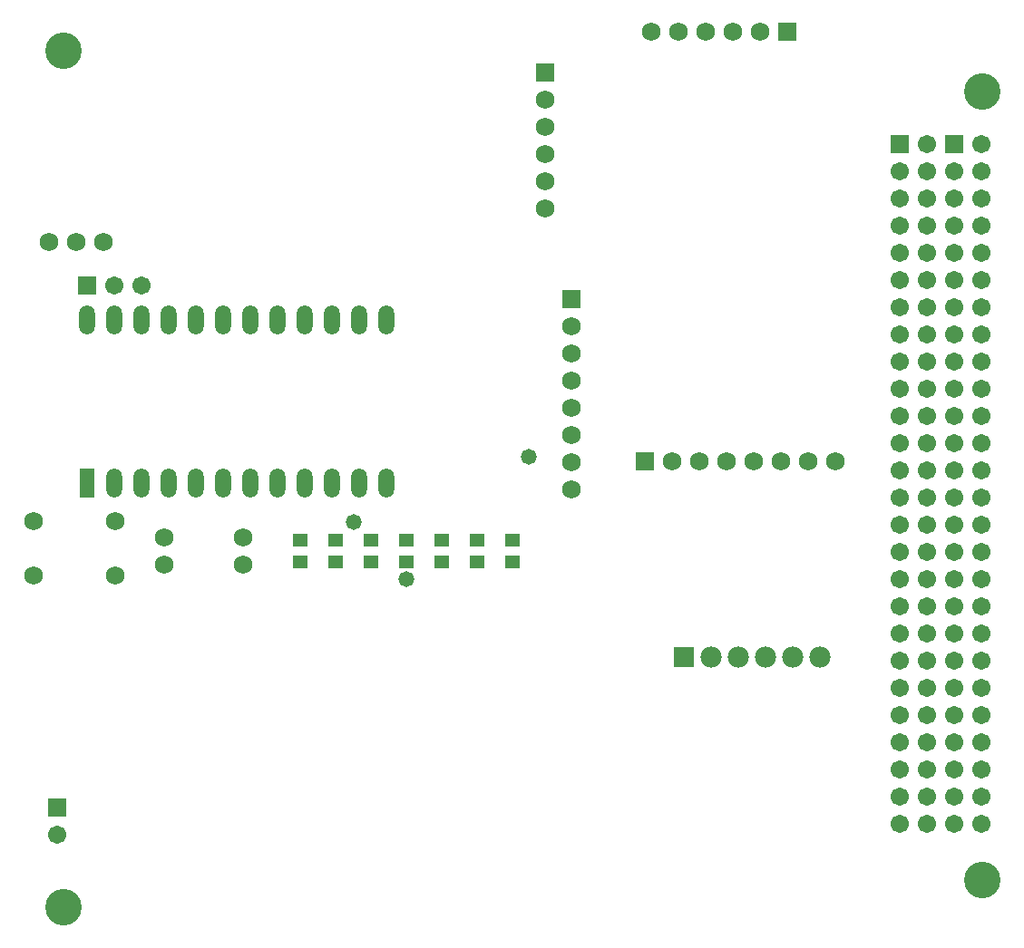
<source format=gts>
%FSDAX24Y24*%
%MOIN*%
%SFA1B1*%

%IPPOS*%
%ADD27R,0.058000X0.048000*%
%ADD28R,0.067100X0.067100*%
%ADD29C,0.067100*%
%ADD30C,0.068000*%
%ADD31R,0.067100X0.067100*%
%ADD32R,0.068000X0.068000*%
%ADD33R,0.078000X0.078000*%
%ADD34C,0.078000*%
%ADD35R,0.068000X0.068000*%
%ADD36C,0.134000*%
%ADD37O,0.058000X0.108000*%
%ADD38R,0.058000X0.108000*%
%ADD39C,0.058000*%
%LNbluesatpc104template-1*%
%LPD*%
G54D27*
X025840Y025500D03*
Y024700D03*
X024540Y025500D03*
Y024700D03*
X028440Y025500D03*
Y024700D03*
X027140Y025500D03*
Y024700D03*
X023240Y025500D03*
Y024700D03*
X020640Y025500D03*
Y024700D03*
X021940Y025500D03*
Y024700D03*
G54D28*
X011690Y015650D03*
X042659Y040042D03*
X044658D03*
G54D29*
X011690Y014650D03*
X013790Y034850D03*
X014790D03*
X043658Y040042D03*
X042659Y039042D03*
X043658D03*
X042659Y038042D03*
X043658D03*
X042659Y037042D03*
X043658D03*
X042659Y036042D03*
X043658D03*
X042659Y035042D03*
X043658D03*
X042659Y034042D03*
X043658D03*
X042659Y033042D03*
X043658D03*
X042659Y032042D03*
X043658D03*
X042659Y031042D03*
X043658D03*
X042659Y030042D03*
X043658D03*
X042659Y029042D03*
X043658D03*
X042659Y028042D03*
X043658D03*
X042659Y027042D03*
X043658D03*
X042659Y026042D03*
X043658D03*
X042659Y025042D03*
X043658D03*
X042659Y024042D03*
X043658D03*
X042659Y023042D03*
X043658D03*
X042659Y022042D03*
X043658D03*
X042659Y021042D03*
X043658D03*
X042659Y020042D03*
X043658D03*
X042659Y019042D03*
X043658D03*
X042659Y018042D03*
X043658D03*
X042659Y017042D03*
X043658D03*
X042659Y016042D03*
X043658D03*
Y015042D03*
X042659D03*
X044658D03*
X045658D03*
Y016042D03*
X044658D03*
X045658Y017042D03*
X044658D03*
X045658Y018042D03*
X044658D03*
X045658Y019042D03*
X044658D03*
X045658Y020042D03*
X044658D03*
X045658Y021042D03*
X044658D03*
X045658Y022042D03*
X044658D03*
X045658Y023042D03*
X044658D03*
X045658Y024042D03*
X044658D03*
X045658Y025042D03*
X044658D03*
X045658Y026042D03*
X044658D03*
X045658Y027042D03*
X044658D03*
X045658Y028042D03*
X044658D03*
X045658Y029042D03*
X044658D03*
X045658Y030042D03*
X044658D03*
X045658Y031042D03*
X044658D03*
X045658Y032042D03*
X044658D03*
X045658Y033042D03*
X044658D03*
X045658Y034042D03*
X044658D03*
X045658Y035042D03*
X044658D03*
X045658Y036042D03*
X044658D03*
X045658Y037042D03*
X044658D03*
X045658Y038042D03*
X044658D03*
X045658Y039042D03*
X044658D03*
X045658Y040042D03*
G54D30*
X018540Y024600D03*
Y025600D03*
X015640Y024600D03*
Y025600D03*
X013840Y026200D03*
Y024200D03*
X010840Y026200D03*
Y024200D03*
X013390Y036450D03*
X011390D03*
X012390D03*
X029640Y041700D03*
Y040700D03*
Y039700D03*
Y038700D03*
Y037700D03*
X033540Y044200D03*
X034540D03*
X035540D03*
X036540D03*
X037540D03*
X034290Y028400D03*
X035290D03*
X036290D03*
X037290D03*
X038290D03*
X039290D03*
X040290D03*
X030590Y033350D03*
Y032350D03*
Y031350D03*
Y030350D03*
Y029350D03*
Y028350D03*
Y027350D03*
G54D31*
X012790Y034850D03*
G54D32*
X029640Y042700D03*
X030590Y034350D03*
G54D33*
X034740Y021200D03*
G54D34*
X035740Y021200D03*
X036740D03*
X037740D03*
X038740D03*
X039740D03*
G54D35*
X038540Y044200D03*
X033290Y028400D03*
G54D36*
X045690Y013000D03*
Y042000D03*
X011940Y043500D03*
Y011990D03*
G54D37*
X023790Y033600D03*
X022790D03*
X021790D03*
X020790D03*
X019790D03*
X018790D03*
X017790D03*
X016790D03*
X015790D03*
X014790D03*
X013790D03*
X012790D03*
X023790Y027600D03*
X022790D03*
X021790D03*
X020790D03*
X019790D03*
X018790D03*
X017790D03*
X016790D03*
X015790D03*
X014790D03*
X013790D03*
G54D38*
X012790Y027600D03*
G54D39*
X029040Y028550D03*
X022590Y026150D03*
X024540Y024050D03*
M02*
</source>
